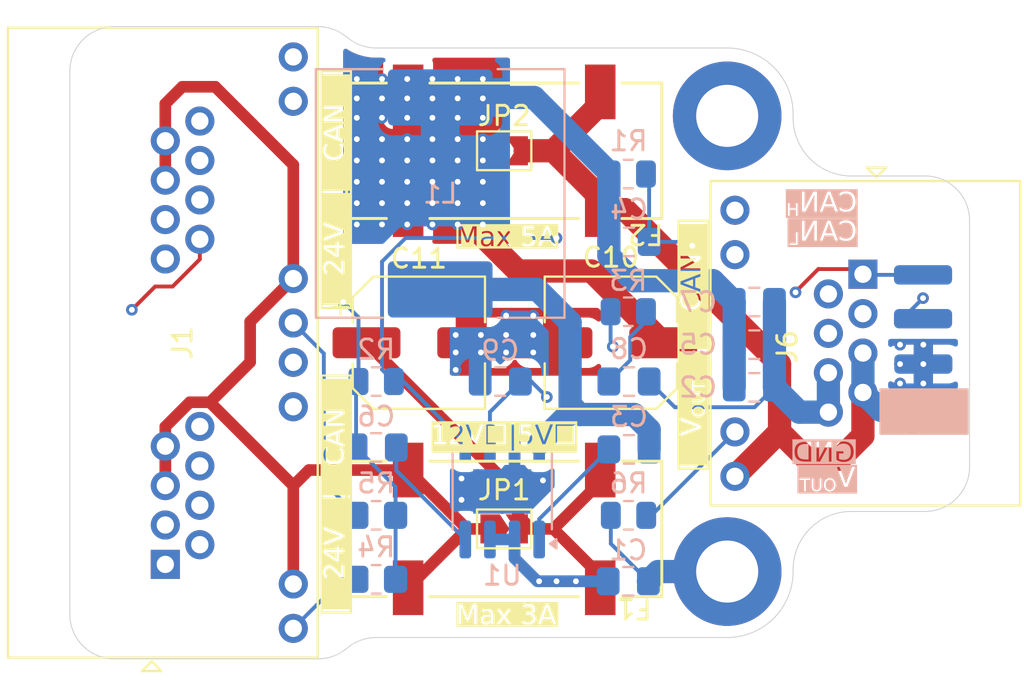
<source format=kicad_pcb>
(kicad_pcb (version 20240108) (generator "pcbnew") (generator_version "8.0")
  (layers (0 "F.Cu" signal) (1 "In1.Cu" signal) (2 "In2.Cu" signal) (31 "B.Cu" signal) (34 "B.Paste" user) (35 "F.Paste" user) (36 "B.SilkS" user "B.Silkscreen") (37 "F.SilkS" user "F.Silkscreen") (38 "B.Mask" user) (39 "F.Mask" user) (44 "Edge.Cuts" user))
  (net 0 "")
  (net 1 "GND")
  (net 2 "Net-(JP1-B)")
  (net 3 "Net-(JP2-A)")
  (net 4 "Net-(U1-FB)")
  (net 5 "Net-(U1-SW)")
  (net 6 "Net-(U1-BST)")
  (net 7 "Net-(U1-SS)")
  (net 8 "Net-(C8-Pad2)")
  (net 9 "Net-(U1-COMB)")
  (net 10 "+24V")
  (net 11 "+V_{out}")
  (net 14 "Net-(J1-G_L--Pad2_9)")
  (net 15 "/CANH")
  (net 16 "Net-(J1-G_L--Pad1_9)")
  (net 17 "/CANL")
  (net 26 "Net-(J6-Y_L-)")
  (footprint "MountingHole:MountingHole_3.2mm_M3_DIN965_Pad_TopBottom" (layer "F.Cu") (at 59.5 25.6)
    (property "Reference" "H2" (hide yes))
    (property "Value" "MountingHole_Pad")
    (pad "1" thru_hole circle (at 0 0) (size 3.6 3.6) (drill 3.2) (layers "*.Cu" "*.Mask") (net 1 "GND"))
    (pad "1" connect circle (at 0 0) (size 5.6 5.6) (layers "F.Cu" "F.Mask") (net 1 "GND"))
    (pad "1" connect circle (at 0 0) (size 5.6 5.6) (layers "B.Cu" "B.Mask") (net 1 "GND"))
  )
  (footprint "Capacitor_SMD:CP_Elec_6.3x7.7" (layer "F.Cu") (at 43.6 37.3)
    (property "Reference" "C11" (at 0 -4.35 0) (layer "F.SilkS"))
    (property "Value" "100uF (Opt)")
    (pad "1" smd roundrect (at -2.7 0) (size 3.5 1.6) (layers "F.Cu" "F.Paste" "F.Mask") (roundrect_rratio 0.15625) (net 2 "Net-(JP1-B)"))
    (pad "2" smd roundrect (at 2.7 0) (size 3.5 1.6) (layers "F.Cu" "F.Paste" "F.Mask") (roundrect_rratio 0.15625) (net 1 "GND"))
  )
  (footprint "Jumper:SolderJumper-2_P1.3mm_Open_TrianglePad1.0x1.5mm" (layer "F.Cu") (at 48 46.9)
    (property "Reference" "JP1" (at 0 -2 0) (layer "F.SilkS"))
    (property "Value" "SolderJumper_2_Open")
    (pad "1" smd custom (at -0.725 0) (size 0.3 0.3) (layers "F.Cu" "F.Mask") (net 10 "+24V") (options (clearance outline) (anchor rect)) (primitives (gr_poly (pts (xy 1 0) (xy 0.5 0.75) (xy -0.5 0.75) (xy -0.5 -0.75) (xy 0.5 -0.75)) (width 0) (fill yes))))
    (pad "2" smd custom (at 0.725 0) (size 0.3 0.3) (layers "F.Cu" "F.Mask") (net 2 "Net-(JP1-B)") (options (clearance outline) (anchor rect)) (primitives (gr_poly (pts (xy 0.5 0.75) (xy -0.65 0.75) (xy -0.15 0) (xy -0.65 -0.75) (xy 0.5 -0.75)) (width 0) (fill yes))))
  )
  (footprint "Jumper:SolderJumper-2_P1.3mm_Open_TrianglePad1.0x1.5mm" (layer "F.Cu") (at 48 27.4)
    (property "Reference" "JP2" (at 0 -1.8 0) (layer "F.SilkS"))
    (property "Value" "SolderJumper_2_Open")
    (pad "1" smd custom (at -0.725 0) (size 0.3 0.3) (layers "F.Cu" "F.Mask") (net 3 "Net-(JP2-A)") (options (clearance outline) (anchor rect)) (primitives (gr_poly (pts (xy 1 0) (xy 0.5 0.75) (xy -0.5 0.75) (xy -0.5 -0.75) (xy 0.5 -0.75)) (width 0) (fill yes))))
    (pad "2" smd custom (at 0.725 0) (size 0.3 0.3) (layers "F.Cu" "F.Mask") (net 11 "+V_{out}") (options (clearance outline) (anchor rect)) (primitives (gr_poly (pts (xy 0.5 0.75) (xy -0.65 0.75) (xy -0.15 0) (xy -0.65 -0.75) (xy 0.5 -0.75)) (width 0) (fill yes))))
  )
  (footprint "RoverFootprint:ETH-RJHSE5081" (layer "F.Cu") (at 66.5 33.7675 -90)
    (property "Reference" "J6" (at 3.7325 3.9 90) (layer "F.SilkS"))
    (property "Value" "ETH-RJHSE5081" (hide yes))
    (pad "" np_thru_hole circle (at -2.79 -2.54 270) (size 3.25 3.25) (drill 3.25) (layers "*.Cu" "*.Mask"))
    (pad "" np_thru_hole circle (at 9.91 -2.54 270) (size 3.25 3.25) (drill 3.25) (layers "*.Cu" "*.Mask"))
    (pad "1" thru_hole rect (at 0 0 270) (size 1.5 1.5) (drill 0.89) (layers "*.Cu" "*.Mask") (net 15 "/CANH"))
    (pad "2" thru_hole circle (at 1.016 1.78 270) (size 1.5 1.5) (drill 0.89) (layers "*.Cu" "*.Mask") (net 17 "/CANL"))
    (pad "3" thru_hole circle (at 2.032 0 270) (size 1.5 1.5) (drill 0.89) (layers "*.Cu" "*.Mask"))
    (pad "4" thru_hole circle (at 3.048 1.78 270) (size 1.5 1.5) (drill 0.89) (layers "*.Cu" "*.Mask"))
    (pad "5" thru_hole circle (at 4.064 0 270) (size 1.5 1.5) (drill 0.89) (layers "*.Cu" "*.Mask") (net 11 "+V_{out}"))
    (pad "6" thru_hole circle (at 5.08 1.78 270) (size 1.5 1.5) (drill 0.89) (layers "*.Cu" "*.Mask") (net 1 "GND"))
    (pad "7" thru_hole circle (at 6.096 0 270) (size 1.5 1.5) (drill 0.89) (layers "*.Cu" "*.Mask") (net 11 "+V_{out}"))
    (pad "8" thru_hole circle (at 7.112 1.78 270) (size 1.5 1.5) (drill 0.89) (layers "*.Cu" "*.Mask") (net 1 "GND"))
    (pad "9" thru_hole circle (at -3.3 6.6 270) (size 1.5 1.5) (drill 0.89) (layers "*.Cu" "*.Mask"))
    (pad "10" thru_hole circle (at -1.01 6.6 270) (size 1.5 1.5) (drill 0.89) (layers "*.Cu" "*.Mask"))
    (pad "11" thru_hole circle (at 8.13 6.6 270) (size 1.5 1.5) (drill 0.89) (layers "*.Cu" "*.Mask") (net 26 "Net-(J6-Y_L-)"))
    (pad "12" thru_hole circle (at 10.42 6.6 270) (size 1.5 1.5) (drill 0.89) (layers "*.Cu" "*.Mask") (net 11 "+V_{out}"))
  )
  (footprint "MountingHole:MountingHole_3.2mm_M3_DIN965_Pad_TopBottom" (layer "F.Cu") (at 59.5 49.1)
    (property "Reference" "H1" (hide yes))
    (property "Value" "MountingHole_Pad")
    (pad "1" thru_hole circle (at 0 0) (size 3.6 3.6) (drill 3.2) (layers "*.Cu" "*.Mask") (net 1 "GND"))
    (pad "1" connect circle (at 0 0) (size 5.6 5.6) (layers "F.Cu" "F.Mask") (net 1 "GND"))
    (pad "1" connect circle (at 0 0) (size 5.6 5.6) (layers "B.Cu" "B.Mask") (net 1 "GND"))
  )
  (footprint "RoverFootprint:FuseHolder-3588-20" (layer "F.Cu") (at 48 46.9 180)
    (property "Reference" "F1" (at -6.7 -4.1 180) (layer "F.SilkS"))
    (property "Value" "3A" (hide yes))
    (pad "1" smd rect (at -4.953 -3.0353 180) (size 1.5748 2.8194) (layers "F.Cu" "F.Paste" "F.Mask") (net 2 "Net-(JP1-B)"))
    (pad "1" smd rect (at -4.953 3.0353 180) (size 1.5748 2.8194) (layers "F.Cu" "F.Paste" "F.Mask") (net 2 "Net-(JP1-B)"))
    (pad "2" smd rect (at 4.953 -3.0353 180) (size 1.5748 2.8194) (layers "F.Cu" "F.Paste" "F.Mask") (net 10 "+24V"))
    (pad "2" smd rect (at 4.953 3.0353 180) (size 1.5748 2.8194) (layers "F.Cu" "F.Paste" "F.Mask") (net 10 "+24V"))
  )
  (footprint "RoverFootprint:ETH-RJHSE508102" (layer "F.Cu") (at 22.525 37.3 90)
    (property "Reference" "J1" (at 0 8.875 -90) (layer "F.SilkS"))
    (property "Value" "ETH-RJHSE508102")
    (pad "" np_thru_hole circle (at -14.22 5.46 90) (size 3.25 3.25) (drill 3.25) (layers "*.Cu" "*.Mask"))
    (pad "" np_thru_hole circle (at 14.23 5.46 90) (size 3.25 3.25) (drill 3.25) (layers "*.Cu" "*.Mask"))
    (pad "1_1" thru_hole rect (at -11.43 8 90) (size 1.5 1.5) (drill 0.89) (layers "*.Cu" "*.Mask") (net 15 "/CANH"))
    (pad "1_2" thru_hole circle (at -10.414 9.78 90) (size 1.5 1.5) (drill 0.89) (layers "*.Cu" "*.Mask") (net 17 "/CANL"))
    (pad "1_3" thru_hole circle (at -9.398 8 90) (size 1.5 1.5) (drill 0.89) (layers "*.Cu" "*.Mask"))
    (pad "1_4" thru_hole circle (at -8.382 9.78 90) (size 1.5 1.5) (drill 0.89) (layers "*.Cu" "*.Mask"))
    (pad "1_5" thru_hole circle (at -7.366 8 90) (size 1.5 1.5) (drill 0.89) (layers "*.Cu" "*.Mask") (net 10 "+24V"))
    (pad "1_6" thru_hole circle (at -6.35 9.78 90) (size 1.5 1.5) (drill 0.89) (layers "*.Cu" "*.Mask") (net 1 "GND"))
    (pad "1_7" thru_hole circle (at -5.334 8 90) (size 1.5 1.5) (drill 0.89) (layers "*.Cu" "*.Mask") (net 10 "+24V"))
    (pad "1_8" thru_hole circle (at -4.318 9.78 90) (size 1.5 1.5) (drill 0.89) (layers "*.Cu" "*.Mask") (net 1 "GND"))
    (pad "1_9" thru_hole circle (at -14.73 14.6 90) (size 1.5 1.5) (drill 0.89) (layers "*.Cu" "*.Mask") (net 16 "Net-(J1-G_L--Pad1_9)"))
    (pad "1_10" thru_hole circle (at -12.44 14.6 90) (size 1.5 1.5) (drill 0.89) (layers "*.Cu" "*.Mask") (net 10 "+24V"))
    (pad "1_11" thru_hole circle (at -3.3 14.6 90) (size 1.5 1.5) (drill 0.89) (layers "*.Cu" "*.Mask"))
    (pad "1_12" thru_hole circle (at -1.01 14.6 90) (size 1.5 1.5) (drill 0.89) (layers "*.Cu" "*.Mask"))
    (pad "2_1" thru_hole circle (at 4.32 8 90) (size 1.5 1.5) (drill 0.89) (layers "*.Cu" "*.Mask") (net 15 "/CANH"))
    (pad "2_2" thru_hole circle (at 5.336 9.78 90) (size 1.5 1.5) (drill 0.89) (layers "*.Cu" "*.Mask") (net 17 "/CANL"))
    (pad "2_3" thru_hole circle (at 6.352 8 90) (size 1.5 1.5) (drill 0.89) (layers "*.Cu" "*.Mask"))
    (pad "2_4" thru_hole circle (at 7.368 9.78 90) (size 1.5 1.5) (drill 0.89) (layers "*.Cu" "*.Mask"))
    (pad "2_5" thru_hole circle (at 8.384 8 90) (size 1.5 1.5) (drill 0.89) (layers "*.Cu" "*.Mask") (net 10 "+24V"))
    (pad "2_6" thru_hole circle (at 9.4 9.78 90) (size 1.5 1.5) (drill 0.89) (layers "*.Cu" "*.Mask") (net 1 "GND"))
    (pad "2_7" thru_hole circle (at 10.416 8 90) (size 1.5 1.5) (drill 0.89) (layers "*.Cu" "*.Mask") (net 10 "+24V"))
    (pad "2_8" thru_hole circle (at 11.432 9.78 90) (size 1.5 1.5) (drill 0.89) (layers "*.Cu" "*.Mask") (net 1 "GND"))
    (pad "2_9" thru_hole circle (at 1.02 14.6 90) (size 1.5 1.5) (drill 0.89) (layers "*.Cu" "*.Mask") (net 14 "Net-(J1-G_L--Pad2_9)"))
    (pad "2_10" thru_hole circle (at 3.31 14.6 90) (size 1.5 1.5) (drill 0.89) (layers "*.Cu" "*.Mask") (net 10 "+24V"))
    (pad "2_11" thru_hole circle (at 12.45 14.6 90) (size 1.5 1.5) (drill 0.89) (layers "*.Cu" "*.Mask"))
    (pad "2_12" thru_hole circle (at 14.74 14.6 90) (size 1.5 1.5) (drill 0.89) (layers "*.Cu" "*.Mask"))
  )
  (footprint "Capacitor_SMD:CP_Elec_6.3x7.7" (layer "F.Cu") (at 53.5 37.3 180)
    (property "Reference" "C10" (at 0 4.4 0) (layer "F.SilkS"))
    (property "Value" "100uF")
    (pad "1" smd roundrect (at -2.7 0 180) (size 3.5 1.6) (layers "F.Cu" "F.Paste" "F.Mask") (roundrect_rratio 0.15625) (net 3 "Net-(JP2-A)"))
    (pad "2" smd roundrect (at 2.7 0 180) (size 3.5 1.6) (layers "F.Cu" "F.Paste" "F.Mask") (roundrect_rratio 0.15625) (net 1 "GND"))
  )
  (footprint "RoverFootprint:FuseHolder-3588-20" (layer "F.Cu") (at 48 27.4 180)
    (property "Reference" "F2" (at -7.3 -4.3 180) (layer "F.SilkS"))
    (property "Value" "5A" (hide yes))
    (pad "1" smd rect (at -4.953 -3.0353 180) (size 1.5748 2.8194) (layers "F.Cu" "F.Paste" "F.Mask") (net 11 "+V_{out}"))
    (pad "1" smd rect (at -4.953 3.0353 180) (size 1.5748 2.8194) (layers "F.Cu" "F.Paste" "F.Mask") (net 11 "+V_{out}"))
    (pad "2" smd rect (at 4.953 -3.0353 180) (size 1.5748 2.8194) (layers "F.Cu" "F.Paste" "F.Mask") (net 3 "Net-(JP2-A)"))
    (pad "2" smd rect (at 4.953 3.0353 180) (size 1.5748 2.8194) (layers "F.Cu" "F.Paste" "F.Mask") (net 3 "Net-(JP2-A)"))
  )
  (footprint "Resistor_SMD:R_0805_2012Metric_Pad1.20x1.40mm_HandSolder" (layer "B.Cu") (at 41.4 46.2 180)
    (property "Reference" "R5" (at 0 1.65 0) (layer "B.SilkS") (effects (justify mirror)))
    (property "Value" "5.1k")
    (pad "1" smd roundrect (at -1 0 180) (size 1.2 1.4) (layers "B.Cu" "B.Paste" "B.Mask") (roundrect_rratio 0.208333) (net 1 "GND"))
    (pad "2" smd roundrect (at 1 0 180) (size 1.2 1.4) (layers "B.Cu" "B.Paste" "B.Mask") (roundrect_rratio 0.208333) (net 14 "Net-(J1-G_L--Pad2_9)"))
  )
  (footprint "Capacitor_SMD:C_0805_2012Metric_Pad1.18x1.45mm_HandSolder" (layer "B.Cu") (at 60.9 35.2 180)
    (property "Reference" "C7" (at 2.9 0 0) (layer "B.SilkS") (effects (justify mirror)))
    (property "Value" "22uF")
    (pad "1" smd roundrect (at -1.0375 0 180) (size 1.175 1.45) (layers "B.Cu" "B.Paste" "B.Mask") (roundrect_rratio 0.212766) (net 1 "GND"))
    (pad "2" smd roundrect (at 1.0375 0 180) (size 1.175 1.45) (layers "B.Cu" "B.Paste" "B.Mask") (roundrect_rratio 0.212766) (net 3 "Net-(JP2-A)"))
  )
  (footprint "Capacitor_SMD:C_0805_2012Metric_Pad1.18x1.45mm_HandSolder" (layer "B.Cu") (at 47.8 39.3)
    (property "Reference" "C9" (at 0 -1.6 0) (layer "B.SilkS") (effects (justify mirror)))
    (property "Value" "(Opt)")
    (pad "1" smd roundrect (at -1.0375 0) (size 1.175 1.45) (layers "B.Cu" "B.Paste" "B.Mask") (roundrect_rratio 0.212766) (net 1 "GND"))
    (pad "2" smd roundrect (at 1.0375 0) (size 1.175 1.45) (layers "B.Cu" "B.Paste" "B.Mask") (roundrect_rratio 0.212766) (net 9 "Net-(U1-COMB)"))
  )
  (footprint "Capacitor_SMD:C_0805_2012Metric_Pad1.18x1.45mm_HandSolder" (layer "B.Cu") (at 54.4 49.6 180)
    (property "Reference" "C1" (at 0 1.6 0) (layer "B.SilkS") (effects (justify mirror)))
    (property "Value" "10uF")
    (pad "1" smd roundrect (at -1.0375 0 180) (size 1.175 1.45) (layers "B.Cu" "B.Paste" "B.Mask") (roundrect_rratio 0.212766) (net 1 "GND"))
    (pad "2" smd roundrect (at 1.0375 0 180) (size 1.175 1.45) (layers "B.Cu" "B.Paste" "B.Mask") (roundrect_rratio 0.212766) (net 2 "Net-(JP1-B)"))
  )
  (footprint "RoverFootprint:Pad_SMD_1x3mm" (layer "B.Cu") (at 70.1 33.8 90)
    (property "Reference" "J3" (hide yes))
    (property "Value" "Conn_01x01_Pin")
    (pad "1" smd roundrect (at 0 -0.5 90) (size 1 3) (layers "B.Cu" "B.Paste" "B.Mask") (net 15 "/CANH"))
  )
  (footprint "Resistor_SMD:R_0805_2012Metric" (layer "B.Cu") (at 54.4 28.6)
    (property "Reference" "R1" (at 0.0125 -1.7 0) (layer "B.SilkS") (effects (justify mirror)))
    (property "Value" "~")
    (pad "1" smd roundrect (at -0.9125 0) (size 1.025 1.4) (layers "B.Cu" "B.Paste" "B.Mask") (roundrect_rratio 0.243902) (net 3 "Net-(JP2-A)"))
    (pad "2" smd roundrect (at 0.9125 0) (size 1.025 1.4) (layers "B.Cu" "B.Paste" "B.Mask") (roundrect_rratio 0.243902) (net 4 "Net-(U1-FB)"))
  )
  (footprint "Capacitor_SMD:C_0805_2012Metric_Pad1.18x1.45mm_HandSolder" (layer "B.Cu") (at 60.9 37.4 180)
    (property "Reference" "C5" (at 2.9 0 0) (layer "B.SilkS") (effects (justify mirror)))
    (property "Value" "22uF")
    (pad "1" smd roundrect (at -1.0375 0 180) (size 1.175 1.45) (layers "B.Cu" "B.Paste" "B.Mask") (roundrect_rratio 0.212766) (net 1 "GND"))
    (pad "2" smd roundrect (at 1.0375 0 180) (size 1.175 1.45) (layers "B.Cu" "B.Paste" "B.Mask") (roundrect_rratio 0.212766) (net 3 "Net-(JP2-A)"))
  )
  (footprint "RoverFootprint:Pad_SMD_1x3mm" (layer "B.Cu") (at 70.115 38.4 90)
    (property "Reference" "J5" (hide yes))
    (property "Value" "Conn_01x01_Pin")
    (pad "1" smd roundrect (at 0 -0.5 90) (size 1 3) (layers "B.Cu" "B.Paste" "B.Mask") (net 1 "GND"))
  )
  (footprint "Capacitor_SMD:C_0805_2012Metric_Pad1.18x1.45mm_HandSolder" (layer "B.Cu") (at 60.9 39.6 180)
    (property "Reference" "C2" (at 2.9 0 0) (layer "B.SilkS") (effects (justify mirror)))
    (property "Value" "22uF")
    (pad "1" smd roundrect (at -1.0375 0 180) (size 1.175 1.45) (layers "B.Cu" "B.Paste" "B.Mask") (roundrect_rratio 0.212766) (net 1 "GND"))
    (pad "2" smd roundrect (at 1.0375 0 180) (size 1.175 1.45) (layers "B.Cu" "B.Paste" "B.Mask") (roundrect_rratio 0.212766) (net 3 "Net-(JP2-A)"))
  )
  (footprint "Capacitor_SMD:C_0805_2012Metric_Pad1.18x1.45mm_HandSolder" (layer "B.Cu") (at 54.4375 42.8 180)
    (property "Reference" "C3" (at 0 1.68 0) (layer "B.SilkS") (effects (justify mirror)))
    (property "Value" "100nF")
    (pad "1" smd roundrect (at -1.0375 0 180) (size 1.175 1.45) (layers "B.Cu" "B.Paste" "B.Mask") (roundrect_rratio 0.212766) (net 5 "Net-(U1-SW)"))
    (pad "2" smd roundrect (at 1.0375 0 180) (size 1.175 1.45) (layers "B.Cu" "B.Paste" "B.Mask") (roundrect_rratio 0.212766) (net 6 "Net-(U1-BST)"))
  )
  (footprint "Inductor_SMD:L_SXN_SMDRI125" (layer "B.Cu") (at 44.7 29.6 90)
    (property "Reference" "L1" (at 0 0 180) (layer "B.SilkS") (effects (justify mirror)))
    (property "Value" "~")
    (pad "1" smd roundrect (at -4.95 0 90) (size 2.9 5.4) (layers "B.Cu" "B.Paste" "B.Mask") (roundrect_rratio 0.086207) (net 5 "Net-(U1-SW)"))
    (pad "2" smd roundrect (at 4.95 0 90) (size 2.9 5.4) (layers "B.Cu" "B.Paste" "B.Mask") (roundrect_rratio 0.086207) (net 3 "Net-(JP2-A)"))
  )
  (footprint "RoverFootprint:Pad_SMD_1x3mm" (layer "B.Cu") (at 70.1 40.78 90)
    (property "Reference" "J2" (hide yes))
    (property "Value" "Conn_01x01_Pin")
    (pad "1" smd roundrect (at 0 -0.5 90) (size 1 3) (layers "B.Cu" "B.Paste" "B.Mask") (net 11 "+V_{out}"))
  )
  (footprint "Capacitor_SMD:C_0805_2012Metric_Pad1.18x1.45mm_HandSolder" (layer "B.Cu") (at 41.4 42.7)
    (property "Reference" "C6" (at 0 -1.6 0) (layer "B.SilkS") (effects (justify mirror)))
    (property "Value" "10uF")
    (pad "1" smd roundrect (at -1.0375 0) (size 1.175 1.45) (layers "B.Cu" "B.Paste" "B.Mask") (roundrect_rratio 0.212766) (net 1 "GND"))
    (pad "2" smd roundrect (at 1.0375 0) (size 1.175 1.45) (layers "B.Cu" "B.Paste" "B.Mask") (roundrect_rratio 0.212766) (net 7 "Net-(U1-SS)"))
  )
  (footprint "Resistor_SMD:R_0805_2012Metric" (layer "B.Cu") (at 41.4 39.3 180)
    (property "Reference" "R2" (at 0 1.65 0) (layer "B.SilkS") (effects (justify mirror)))
    (property "Value" "22.1k")
    (pad "1" smd roundrect (at -0.9125 0 180) (size 1.025 1.4) (layers "B.Cu" "B.Paste" "B.Mask") (roundrect_rratio 0.243902) (net 4 "Net-(U1-FB)"))
    (pad "2" smd roundrect (at 0.9125 0 180) (size 1.025 1.4) (layers "B.Cu" "B.Paste" "B.Mask") (roundrect_rratio 0.243902) (net 1 "GND"))
  )
  (footprint "Package_SO:SOIC-8-1EP_3.9x4.9mm_P1.27mm_EP2.29x3mm" (layer "B.Cu") (at 47.9 44.97 90)
    (property "Reference" "U1" (at -4.33 0 180) (layer "B.SilkS") (effects (justify mirror)))
    (property "Value" "DC_DC-AP64501")
    (pad "1" smd roundrect (at -2.475 1.905 90) (size 1.95 0.6) (layers "B.Cu" "B.Paste" "B.Mask") (net 6 "Net-(U1-BST)"))
    (pad "2" smd roundrect (at -2.475 0.635 90) (size 1.95 0.6) (layers "B.Cu" "B.Paste" "B.Mask") (net 2 "Net-(JP1-B)"))
    (pad "3" smd roundrect (at -2.475 -0.635 90) (size 1.95 0.6) (layers "B.Cu" "B.Paste" "B.Mask") (net 2 "Net-(JP1-B)"))
    (pad "4" smd roundrect (at -2.475 -1.905 90) (size 1.95 0.6) (layers "B.Cu" "B.Paste" "B.Mask") (net 7 "Net-(U1-SS)"))
    (pad "5" smd roundrect (at 2.475 -1.905 90) (size 1.95 0.6) (layers "B.Cu" "B.Paste" "B.Mask") (net 4 "Net-(U1-FB)"))
    (pad "6" smd roundrect (at 2.475 -0.635 90) (size 1.95 0.6) (layers "B.Cu" "B.Paste" "B.Mask") (net 9 "Net-(U1-COMB)"))
    (pad "7" smd roundrect (at 2.475 0.635 90) (size 1.95 0.6) (layers "B.Cu" "B.Paste" "B.Mask") (net 1 "GND"))
    (pad "8" smd roundrect (at 2.475 1.905 90) (size 1.95 0.6) (layers "B.Cu" "B.Paste" "B.Mask") (net 5 "Net-(U1-SW)"))
    (pad "9" smd rect (at 0 0 90) (size 2.29 3) (property pad_prop_heatsink) (layers "B.Cu" "B.Mask") (net 1 "GND"))
  )
  (footprint "Capacitor_SMD:C_0805_2012Metric_Pad1.18x1.45mm_HandSolder" (layer "B.Cu") (at 54.4375 39.3 180)
    (property "Reference" "C8" (at 0 1.68 0) (layer "B.SilkS") (effects (justify mirror)))
    (property "Value" "2.7nF")
    (pad "1" smd roundrect (at -1.0375 0 180) (size 1.175 1.45) (layers "B.Cu" "B.Paste" "B.Mask") (roundrect_rratio 0.212766) (net 1 "GND"))
    (pad "2" smd roundrect (at 1.0375 0 180) (size 1.175 1.45) (layers "B.Cu" "B.Paste" "B.Mask") (roundrect_rratio 0.212766) (net 8 "Net-(C8-Pad2)"))
  )
  (footprint "Resistor_SMD:R_0805_2012Metric" (layer "B.Cu") (at 54.4125 46.2 180)
    (property "Reference" "R6" (at 0 1.65 0) (layer "B.SilkS") (effects (justify mirror)))
    (property "Value" "22.1k")
    (pad "1" smd roundrect (at -0.9125 0 180) (size 1.025 1.4) (layers "B.Cu" "B.Paste" "B.Mask") (roundrect_rratio 0.243902) (net 26 "Net-(J6-Y_L-)"))
    (pad "2" smd roundrect (at 0.9125 0 180) (size 1.025 1.4) (layers "B.Cu" "B.Paste" "B.Mask") (roundrect_rratio 0.243902) (net 1 "GND"))
  )
  (footprint "Resistor_SMD:R_0805_2012Metric" (layer "B.Cu") (at 54.4 35.7)
    (property "Reference" "R3" (at 0 -1.6 180) (layer "B.SilkS") (effects (justify mirror)))
    (property "Value" "~")
    (pad "1" smd roundrect (at -0.9125 0) (size 1.025 1.4) (layers "B.Cu" "B.Paste" "B.Mask") (roundrect_rratio 0.243902) (net 9 "Net-(U1-COMB)"))
    (pad "2" smd roundrect (at 0.9125 0) (size 1.025 1.4) (layers "B.Cu" "B.Paste" "B.Mask") (roundrect_rratio 0.243902) (net 8 "Net-(C8-Pad2)"))
  )
  (footprint "Resistor_SMD:R_0805_2012Metric_Pad1.20x1.40mm_HandSolder" (layer "B.Cu") (at 41.4 49.5 180)
    (property "Reference" "R4" (at 0 1.65 0) (layer "B.SilkS") (effects (justify mirror)))
    (property "Value" "5.1k")
    (pad "1" smd roundrect (at -1 0 180) (size 1.2 1.4) (layers "B.Cu" "B.Paste" "B.Mask") (roundrect_rratio 0.208333) (net 1 "GND"))
    (pad "2" smd roundrect (at 1 0 180) (size 1.2 1.4) (layers "B.Cu" "B.Paste" "B.Mask") (roundrect_rratio 0.208333) (net 16 "Net-(J1-G_L--Pad1_9)"))
  )
  (footprint "Capacitor_SMD:C_0805_2012Metric_Pad1.18x1.45mm_HandSolder" (layer "B.Cu") (at 54.4375 32.1 180)
    (property "Reference" "C4" (at 0 1.68 0) (layer "B.SilkS") (effects (justify mirror)))
    (property "Value" "OPEN")
    (pad "1" smd roundrect (at -1.0375 0 180) (size 1.175 1.45) (layers "B.Cu" "B.Paste" "B.Mask") (roundrect_rratio 0.212766) (net 4 "Net-(U1-FB)"))
    (pad "2" smd roundrect (at 1.0375 0 180) (size 1.175 1.45) (layers "B.Cu" "B.Paste" "B.Mask") (roundrect_rratio 0.212766) (net 3 "Net-(JP2-A)"))
  )
  (footprint "RoverFootprint:Pad_SMD_1x3mm" (layer "B.Cu") (at 70.1 36.06 90)
    (property "Reference" "J4" (hide yes))
    (property "Value" "Conn_01x01_Pin")
    (pad "1" smd roundrect (at 0 -0.5 90) (size 1 3) (layers "B.Cu" "B.Paste" "B.Mask") (net 17 "/CANL"))
  )
  (gr_rect (start 67.4 39.7) (end 71.9 42) (stroke (width 0.1)) (fill solid) (layer "B.SilkS"))
  (gr_arc (start 62.9 49.1) (mid 61.904163 51.504163) (end 59.5 52.5) (stroke (width 0.05)) (layer "Edge.Cuts"))
  (gr_line (start 27.9 21) (end 38.4 21) (stroke (width 0.05)) (layer "Edge.Cuts"))
  (gr_line (start 25.6 51.3) (end 25.6 23.3) (stroke (width 0.05)) (layer "Edge.Cuts"))
  (gr_line (start 62.9 25.5) (end 62.9 25.7) (stroke (width 0.05)) (layer "Edge.Cuts"))
  (gr_line (start 72 31) (end 72 43.7) (stroke (width 0.05)) (layer "Edge.Cuts"))
  (gr_arc (start 62.9 49) (mid 63.77868 46.87868) (end 65.9 46) (stroke (width 0.05)) (layer "Edge.Cuts"))
  (gr_arc (start 59.5 22.1) (mid 61.904163 23.095837) (end 62.9 25.5) (stroke (width 0.05)) (layer "Edge.Cuts"))
  (gr_arc (start 38.4 21) (mid 39.118072 21.114966) (end 39.764358 21.448372) (stroke (width 0.05)) (layer "Edge.Cuts"))
  (gr_arc (start 69.7 28.7) (mid 71.326346 29.373654) (end 72 31) (stroke (width 0.05)) (layer "Edge.Cuts"))
  (gr_arc (start 25.6 23.3) (mid 26.273654 21.673654) (end 27.9 21) (stroke (width 0.05)) (layer "Edge.Cuts"))
  (gr_arc (start 39.764358 53.151628) (mid 39.118072 53.485034) (end 38.4 53.6) (stroke (width 0.05)) (layer "Edge.Cuts"))
  (gr_line (start 41.4 22.1) (end 59.5 22.1) (stroke (width 0.05)) (layer "Edge.Cuts"))
  (gr_line (start 39.764358 21.448372) (end 39.987937 21.61551) (stroke (width 0.05)) (layer "Edge.Cuts"))
  (gr_arc (start 41.4 22.1) (mid 40.653566 21.975509) (end 39.987937 21.61551) (stroke (width 0.05)) (layer "Edge.Cuts"))
  (gr_arc (start 65.9 28.7) (mid 63.77868 27.82132) (end 62.9 25.7) (stroke (width 0.05)) (layer "Edge.Cuts"))
  (gr_line (start 65.9 46) (end 69.7 46) (stroke (width 0.05)) (layer "Edge.Cuts"))
  (gr_arc (start 39.987937 52.98449) (mid 40.653566 52.624492) (end 41.4 52.5) (stroke (width 0.05)) (layer "Edge.Cuts"))
  (gr_arc (start 72 43.7) (mid 71.326346 45.326346) (end 69.7 46) (stroke (width 0.05)) (layer "Edge.Cuts"))
  (gr_line (start 41.4 52.5) (end 59.5 52.5) (stroke (width 0.05)) (layer "Edge.Cuts"))
  (gr_line (start 39.764358 53.151628) (end 39.987937 52.98449) (stroke (width 0.05)) (layer "Edge.Cuts"))
  (gr_arc (start 27.9 53.6) (mid 26.273654 52.926346) (end 25.6 51.3) (stroke (width 0.05)) (layer "Edge.Cuts"))
  (gr_line (start 27.9 53.6) (end 38.4 53.6) (stroke (width 0.05)) (layer "Edge.Cuts"))
  (gr_line (start 65.9 28.7) (end 69.7 28.7) (stroke (width 0.05)) (layer "Edge.Cuts"))
  (gr_line (start 62.9 49) (end 62.9 49.1) (stroke (width 0.05)) (layer "Edge.Cuts"))
  (gr_text "GND" (at 66.1 43.6 0) (layer "B.SilkS" knockout) (effects (font (size 1 1) (thickness 0.1)) (justify left bottom mirror)))
  (gr_text "V_{OUT}" (at 66.1 44.9 0) (layer "B.SilkS" knockout) (effects (font (size 1 1) (thickness 0.1)) (justify left bottom mirror)))
  (gr_text "CAN_{L}" (at 66.2 32.2 0) (layer "B.SilkS" knockout) (effects (font (size 1 1) (thickness 0.1)) (justify left bottom mirror)))
  (gr_text "CAN_{H}" (at 66.2 30.7 0) (layer "B.SilkS" knockout) (effects (font (size 1 1) (thickness 0.1)) (justify left bottom mirror)))
  (gr_text "Max 5A" (at 48.1 31.9 0) (layer "F.SilkS" knockout) (effects (font (size 1 1) (thickness 0.1))))
  (gr_text "|   24V   |   CAN   |" (at 39.3 29.4 90) (layer "F.SilkS" knockout) (effects (font (size 1 1) (thickness 0.1))))
  (gr_text "|   V_{OUT}   |    CAN   |" (at 57.7 37.4 90) (layer "F.SilkS" knockout) (effects (font (size 1 1) (thickness 0.1))))
  (gr_text "|   24V   |   CAN   |" (at 39.3 45.1 90) (layer "F.SilkS" knockout) (effects (font (size 1 1) (thickness 0.1))))
  (gr_text "12V☐|5V☐" (at 48 42.7 0) (layer "F.SilkS" knockout) (effects (font (size 1 1) (thickness 0.1)) (justify bottom)))
  (gr_text "Max 3A" (at 48.1 51.4 0) (layer "F.SilkS" knockout) (effects (font (size 1 1) (thickness 0.1))))
  (via (at 49.5 37.8) (size 0.6) (drill 0.3) (layers "F.Cu" "B.Cu") (net 1))
  (via (at 68.415 39.4) (size 0.6) (drill 0.3) (layers "F.Cu" "B.Cu") (net 1))
  (via (at 69.615 38.4) (size 0.6) (drill 0.3) (layers "F.Cu" "B.Cu") (net 1))
  (via (at 45.8 45.4) (size 0.6) (drill 0.3) (layers "F.Cu" "B.Cu") (net 1))
  (via (at 45.5 36.9) (size 0.6) (drill 0.3) (layers "F.Cu" "B.Cu") (net 1))
  (via (at 68.415 38.4) (size 0.6) (drill 0.3) (layers "F.Cu" "B.Cu") (net 1))
  (via (at 48.1 37.8) (size 0.6) (drill 0.3) (layers "F.Cu" "B.Cu") (net 1))
  (via (at 69.615 37.4) (size 0.6) (drill 0.3) (layers "F.Cu" "B.Cu") (net 1))
  (via (at 68.415 37.4) (size 0.6) (drill 0.3) (layers "F.Cu" "B.Cu") (net 1))
  (via (at 49.5 36.9) (size 0.6) (drill 0.3) (layers "F.Cu" "B.Cu") (net 1))
  (via (at 48.1 36.9) (size 0.6) (drill 0.3) (layers "F.Cu" "B.Cu") (net 1))
  (via (at 39.7 35.2) (size 0.6) (drill 0.3) (layers "F.Cu" "B.Cu") (net 1))
  (via (at 48.1 35.9) (size 0.6) (drill 0.3) (layers "F.Cu" "B.Cu") (net 1))
  (via (at 46.8 37.8) (size 0.6) (drill 0.3) (layers "F.Cu" "B.Cu") (net 1))
  (via (at 49.5 35.9) (size 0.6) (drill 0.3) (layers "F.Cu" "B.Cu") (net 1))
  (via (at 46.8 36.9) (size 0.6) (drill 0.3) (layers "F.Cu" "B.Cu") (net 1))
  (via (at 45.8 44.3) (size 0.6) (drill 0.3) (layers "F.Cu" "B.Cu") (net 1))
  (via (at 50 44.4) (size 0.6) (drill 0.3) (layers "F.Cu" "B.Cu") (net 1))
  (via (at 45.5 38.7) (size 0.6) (drill 0.3) (layers "F.Cu" "B.Cu") (net 1))
  (via (at 45.5 37.8) (size 0.6) (drill 0.3) (layers "F.Cu" "B.Cu") (net 1))
  (via (at 69.615 39.4) (size 0.6) (drill 0.3) (layers "F.Cu" "B.Cu") (net 1))
  (segment (start 42.4 49.5) (end 42.4 46.2) (width 0.2) (layer "B.Cu") (net 1))
  (segment (start 64.72 40.8795) (end 63.217 40.8795) (width 1.2) (layer "B.Cu") (net 1))
  (segment (start 64.72 40.8795) (end 64.72 38.8475) (width 1.2) (layer "B.Cu") (net 1))
  (segment (start 55.9375 49.1) (end 55.4375 49.6) (width 1.2) (layer "B.Cu") (net 1))
  (segment (start 53.5 47.6625) (end 55.4375 49.6) (width 0.2) (layer "B.Cu") (net 1))
  (segment (start 42.4 44.7375) (end 40.3625 42.7) (width 0.2) (layer "B.Cu") (net 1))
  (segment (start 48.535 44.335) (end 47.9 44.97) (width 0.6) (layer "B.Cu") (net 1))
  (segment (start 60.9125 40.625) (end 61.9375 39.6) (width 0.2) (layer "B.Cu") (net 1))
  (segment (start 40.4875 35.9875) (end 39.7 35.2) (width 0.2) (layer "B.Cu") (net 1))
  (segment (start 40.3625 42.7) (end 40.3625 39.425) (width 0.2) (layer "B.Cu") (net 1))
  (segment (start 42.4 46.2) (end 42.4 44.7375) (width 0.2) (layer "B.Cu") (net 1))
  (segment (start 40.4875 39.3) (end 40.4875 35.9875) (width 0.2) (layer "B.Cu") (net 1))
  (segment (start 61.9375 37.4) (end 61.9375 39.6) (width 1.2) (layer "B.Cu") (net 1))
  (segment (start 61.9375 35.2) (end 61.9375 37.4) (width 1.2) (layer "B.Cu") (net 1))
  (segment (start 59.5 49.1) (end 55.9375 49.1) (width 1.2) (layer "B.Cu") (net 1))
  (segment (start 63.217 40.8795) (end 61.9375 39.6) (width 1.2) (layer "B.Cu") (net 1))
  (segment (start 40.3625 39.425) (end 40.4875 39.3) (width 0.2) (layer "B.Cu") (net 1))
  (segment (start 56.8 40.625) (end 60.9125 40.625) (width 0.2) (layer "B.Cu") (net 1))
  (segment (start 48.535 42.495) (end 48.535 44.335) (width 0.6) (layer "B.Cu") (net 1))
  (segment (start 55.475 39.3) (end 56.8 40.625) (width 0.2) (layer "B.Cu") (net 1))
  (segment (start 53.5 46.2) (end 53.5 47.6625) (width 0.2) (layer "B.Cu") (net 1))
  (segment (start 50.54 46.9) (end 48.779903 46.9) (width 0.6) (layer "F.Cu") (net 2))
  (segment (start 52.953 44.487) (end 50.54 46.9) (width 0.6) (layer "F.Cu") (net 2))
  (segment (start 52.953 49.313) (end 52.953 49.9353) (width 0.6) (layer "F.Cu") (net 2))
  (segment (start 52.6177 49.6) (end 49.8 49.6) (width 0.6) (layer "F.Cu") (net 2))
  (segment (start 48.7 45.1) (end 40.9 37.3) (width 0.6) (layer "F.Cu") (net 2))
  (segment (start 49.4 46.9) (end 48.7 46.2) (width 0.6) (layer "F.Cu") (net 2))
  (segment (start 52.953 43.8647) (end 52.953 44.487) (width 0.6) (layer "F.Cu") (net 2))
  (segment (start 50.54 46.9) (end 52.953 49.313) (width 0.6) (layer "F.Cu") (net 2))
  (segment (start 48.7 46.2) (end 48.7 45.1) (width 0.6) (layer "F.Cu") (net 2))
  (segment (start 52.953 49.9353) (end 52.6177 49.6) (width 0.6) (layer "F.Cu") (net 2))
  (via (at 49.8 49.6) (size 0.6) (drill 0.3) (layers "F.Cu" "B.Cu") (net 2))
  (via (at 50.7 49.6) (size 0.6) (drill 0.3) (layers "F.Cu" "B.Cu") (net 2))
  (via (at 51.7 49.6) (size 0.6) (drill 0.3) (layers "F.Cu" "B.Cu") (net 2))
  (segment (start 53.3625 49.6) (end 51.7 49.6) (width 0.6) (layer "B.Cu") (net 2))
  (segment (start 49.715001 49.6) (end 48.535 48.419999) (width 0.6) (layer "B.Cu") (net 2))
  (segment (start 51.7 49.6) (end 50.7 49.6) (width 0.6) (layer "B.Cu") (net 2))
  (segment (start 50.7 49.6) (end 49.8 49.6) (width 0.6) (layer "B.Cu") (net 2))
  (segment (start 47.265 47.445) (end 48.535 47.445) (width 0.6) (layer "B.Cu") (net 2))
  (segment (start 48.535 48.419999) (end 48.535 47.445) (width 0.6) (layer "B.Cu") (net 2))
  (segment (start 49.8 49.6) (end 49.715001 49.6) (width 0.6) (layer "B.Cu") (net 2))
  (segment (start 45.5353 30.4353) (end 43.047 30.4353) (width 1.2) (layer "F.Cu") (net 3))
  (segment (start 45.5353 27.947) (end 46.0823 27.4) (width 1.2) (layer "F.Cu") (net 3))
  (segment (start 45.5353 30.4353) (end 45.5353 27.947) (width 1.2) (layer "F.Cu") (net 3))
  (segment (start 52.5 33.6) (end 48.7 33.6) (width 1.2) (layer "F.Cu") (net 3))
  (segment (start 48.7 33.6) (end 45.5353 30.4353) (width 1.2) (layer "F.Cu") (net 3))
  (segment (start 56.2 37.3) (end 52.5 33.6) (width 1.2) (layer "F.Cu") (net 3))
  (segment (start 46.0823 27.4) (end 43.047 24.3647) (width 1.2) (layer "F.Cu") (net 3))
  (segment (start 47.275 27.4) (end 46.0823 27.4) (width 1.2) (layer "F.Cu") (net 3))
  (via (at 43 30.1) (size 0.6) (drill 0.3) (layers "F.Cu" "B.Cu") (net 3))
  (via (at 40.4 27.9) (size 0.6) (drill 0.3) (layers "F.Cu" "B.Cu") (net 3))
  (via (at 44.3 31.2) (size 0.6) (drill 0.3) (layers "F.Cu" "B.Cu") (net 3))
  (via (at 45.6 29) (size 0.6) (drill 0.3) (layers "F.Cu" "B.Cu") (net 3))
  (via (at 40.4 26.8) (size 0.6) (drill 0.3) (layers "F.Cu" "B.Cu") (net 3))
  (via (at 41.7 26.8) (size 0.6) (drill 0.3) (layers "F.Cu" "B.Cu") (net 3))
  (via (at 40.4 31.2) (size 0.6) (drill 0.3) (layers "F.Cu" "B.Cu") (net 3))
  (via (at 40.4 29) (size 0.6) (drill 0.3) (layers "F.Cu" "B.Cu") (net 3))
  (via (at 43 31.2) (size 0.6) (drill 0.3) (layers "F.Cu" "B.Cu") (net 3))
  (via (at 43 27.9) (size 0.6) (drill 0.3) (layers "F.Cu" "B.Cu") (net 3))
  (via (at 43 24.7) (size 0.6) (drill 0.3) (layers "F.Cu" "B.Cu") (net 3))
  (via (at 44.3 27.9) (size 0.6) (drill 0.3) (layers "F.Cu" "B.Cu") (net 3))
  (via (at 46.9 29) (size 0.6) (drill 0.3) (layers "F.Cu" "B.Cu") (net 3))
  (via (at 43 29) (size 0.6) (drill 0.3) (layers "F.Cu" "B.Cu") (net 3))
  (via (at 40.4 25.7) (size 0.6) (drill 0.3) (layers "F.Cu" "B.Cu") (net 3))
  (via (at 46.9 24.7) (size 0.6) (drill 0.3) (layers "F.Cu" "B.Cu") (net 3))
  (via (at 41.7 25.7) (size 0.6) (drill 0.3) (layers "F.Cu" "B.Cu") (net 3))
  (via (at 40.4 23.7) (size 0.6) (drill 0.3) (layers "F.Cu" "B.Cu") (net 3))
  (via (at 46.9 30.1) (size 0.6) (drill 0.3) (layers "F.Cu" "B.Cu") (net 3))
  (via (at 41.7 31.2) (size 0.6) (drill 0.3) (layers "F.Cu" "B.Cu") (net 3))
  (via (at 45.6 26.8) (size 0.6) (drill 0.3) (layers "F.Cu" "B.Cu") (net 3))
  (via (at 46.9 23.7) (size 0.6) (drill 0.3) (layers "F.Cu" "B.Cu") (net 3))
  (via (at 44.3 24.7) (size 0.6) (drill 0.3) (layers "F.Cu" "B.Cu") (net 3))
  (via (at 44.3 26.8) (size 0.6) (drill 0.3) (layers "F.Cu" "B.Cu") (net 3))
  (via (at 45.6 25.7) (size 0.6) (drill 0.3) (layers "F.Cu" "B.Cu") (net 3))
  (via (at 40.4 24.7) (size 0.6) (drill 0.3) (layers "F.Cu" "B.Cu") (net 3))
  (via (at 43 23.7) (size 0.6) (drill 0.3) (layers "F.Cu" "B.Cu") (net 3))
  (via (at 43 26.8) (size 0.6) (drill 0.3) (layers "F.Cu" "B.Cu") (net 3))
  (via (at 41.7 30.1) (size 0.6) (drill 0.3) (layers "F.Cu" "B.Cu") (net 3))
  (via (at 43 25.7) (size 0.6) (drill 0.3) (layers "F.Cu" "B.Cu") (net 3))
  (via (at 45.6 30.1) (size 0.6) (drill 0.3) (layers "F.Cu" "B.Cu") (net 3))
  (via (at 45.6 23.7) (size 0.6) (drill 0.3) (layers "F.Cu" "B.Cu") (net 3))
  (via (at 46.9 27.9) (size 0.6) (drill 0.3) (layers "F.Cu" "B.Cu") (net 3))
  (via (at 46.9 25.7) (size 0.6) (drill 0.3) (layers "F.Cu" "B.Cu") (net 3))
  (via (at 46.9 26.8) (size 0.6) (drill 0.3) (layers "F.Cu" "B.Cu") (net 3))
  (via (at 45.6 24.7) (size 0.6) (drill 0.3) (layers "F.Cu" "B.Cu") (net 3))
  (via (at 44.3 23.7) (size 0.6) (drill 0.3) (layers "F.Cu" "B.Cu") (net 3))
  (via (at 44.3 29) (size 0.6) (drill 0.3) (layers "F.Cu" "B.Cu") (net 3))
  (via (at 44.3 30.1) (size 0.6) (drill 0.3) (layers "F.Cu" "B.Cu") (net 3))
  (via (at 45.6 31.2) (size 0.6) (drill 0.3) (layers "F.Cu" "B.Cu") (net 3))
  (via (at 41.7 29) (size 0.6) (drill 0.3) (layers "F.Cu" "B.Cu") (net 3))
  (via (at 41.7 27.9) (size 0.6) (drill 0.3) (layers "F.Cu" "B.Cu") (net 3))
  (via (at 46.9 31.2) (size 0.6) (drill 0.3) (layers "F.Cu" "B.Cu") (net 3))
  (via (at 45.6 27.9) (size 0.6) (drill 0.3) (layers "F.Cu" "B.Cu") (net 3))
  (via (at 40.4 30.1) (size 0.6) (drill 0.3) (layers "F.Cu" "B.Cu") (net 3))
  (via (at 41.7 24.7) (size 0.6) (drill 0.3) (layers "F.Cu" "B.Cu") (net 3))
  (via (at 44.3 25.7) (size 0.6) (drill 0.3) (layers "F.Cu" "B.Cu") (net 3))
  (via (at 41.7 23.7) (size 0.6) (drill 0.3) (layers "F.Cu" "B.Cu") (net 3))
  (segment (start 59.8625 37.4) (end 59.8625 35.2) (width 1.2) (layer "B.Cu") (net 3))
  (segment (start 44.7 24.65) (end 49.5375 24.65) (width 1.2) (layer "B.Cu") (net 3))
  (segment (start 58.7625 34.1) (end 59.8625 35.2) (width 1.2) (layer "B.Cu") (net 3))
  (segment (start 53.4 32.1) (end 53.4 28.6875) (width 1.2) (layer "B.Cu") (net 3))
  (segment (start 54.675 34.1) (end 58.7625 34.1) (width 1.2) (layer "B.Cu") (net 3))
  (segment (start 53.4 32.1) (end 53.4 32.825) (width 1.2) (layer "B.Cu") (net 3))
  (segment (start 53.4 28.5125) (end 53.4 29) (width 1.2) (layer "B.Cu") (net 3))
  (segment (start 53.4 32.825) (end 54.675 34.1) (width 1.2) (layer "B.Cu") (net 3))
  (segment (start 59.8625 39.6) (end 59.8625 37.4) (width 1.2) (layer "B.Cu") (net 3))
  (segment (start 49.5375 24.65) (end 53.4 28.5125) (width 1.2) (layer "B.Cu") (net 3))
  (via (at 57.7 32.3) (size 0.6) (drill 0.3) (layers "F.Cu" "B.Cu") (net 4))
  (via (at 50.7 31.9) (size 0.6) (drill 0.3) (layers "F.Cu" "B.Cu") (net 4))
  (segment (start 42.3125 39.3) (end 41.7 38.6875) (width 0.2) (layer "B.Cu") (net 4))
  (segment (start 41.7 38.6875) (end 41.7 33.115256) (width 0.2) (layer "B.Cu") (net 4))
  (segment (start 42.915256 31.9) (end 50.7 31.9) (width 0.2) (layer "B.Cu") (net 4))
  (segment (start 55.475 32.1) (end 55.475 28.7625) (width 0.2) (layer "B.Cu") (net 4))
  (segment (start 55.475 32.1) (end 57.5 32.1) (width 0.2) (layer "B.Cu") (net 4))
  (segment (start 41.7 33.115256) (end 42.915256 31.9) (width 0.2) (layer "B.Cu") (net 4))
  (segment (start 55.475 28.7625) (end 55.3125 28.6) (width 0.2) (layer "B.Cu") (net 4))
  (segment (start 57.5 32.1) (end 57.7 32.3) (width 0.2) (layer "B.Cu") (net 4))
  (segment (start 42.8 39.3) (end 45.995 42.495) (width 0.2) (layer "B.Cu") (net 4))
  (segment (start 42.3125 39.3) (end 42.8 39.3) (width 0.2) (layer "B.Cu") (net 4))
  (segment (start 51.6 40.7) (end 51.9 41) (width 1.2) (layer "B.Cu") (net 5))
  (segment (start 51.6 40.7) (end 50.6 41.7) (width 1.2) (layer "B.Cu") (net 5))
  (segment (start 44.7 34.55) (end 49.705635 34.55) (width 1.2) (layer "B.Cu") (net 5))
  (segment (start 55.475 41.775) (end 55.475 42.8) (width 1.2) (layer "B.Cu") (net 5))
  (segment (start 51.4 36.244365) (end 51.4 40.5) (width 1.2) (layer "B.Cu") (net 5))
  (segment (start 50.6 41.7) (end 49.805 42.495) (width 1.2) (layer "B.Cu") (net 5))
  (segment (start 54.7 41) (end 55.475 41.775) (width 1.2) (layer "B.Cu") (net 5))
  (segment (start 51.9 41) (end 54.7 41) (width 1.2) (layer "B.Cu") (net 5))
  (segment (start 49.705635 34.55) (end 51.4 36.244365) (width 1.2) (layer "B.Cu") (net 5))
  (segment (start 51.4 40.5) (end 51.6 40.7) (width 1.2) (layer "B.Cu") (net 5))
  (segment (start 49.805 46.395) (end 53.4 42.8) (width 0.2) (layer "B.Cu") (net 6))
  (segment (start 49.805 47.445) (end 49.805 46.395) (width 0.2) (layer "B.Cu") (net 6))
  (segment (start 42.4375 43.8875) (end 42.4375 42.7) (width 0.2) (layer "B.Cu") (net 7))
  (segment (start 45.995 47.445) (end 42.4375 43.8875) (width 0.2) (layer "B.Cu") (net 7))
  (segment (start 54.5 37) (end 54.5 38.2) (width 0.2) (layer "B.Cu") (net 8))
  (segment (start 54.5 38.2) (end 53.4 39.3) (width 0.2) (layer "B.Cu") (net 8))
  (segment (start 55.3125 36.1875) (end 54.5 37) (width 0.2) (layer "B.Cu") (net 8))
  (segment (start 55.3125 35.7) (end 55.3125 36.1875) (width 0.2) (layer "B.Cu") (net 8))
  (via (at 53.6 37.5) (size 0.6) (drill 0.3) (layers "F.Cu" "B.Cu") (net 9))
  (via (at 50.2 40.1) (size 0.6) (drill 0.3) (layers "F.Cu" "B.Cu") (net 9))
  (segment (start 48.8375 39.3) (end 47.265 40.8725) (width 0.2) (layer "B.Cu") (net 9))
  (segment (start 47.265 40.8725) (end 47.265 42.495) (width 0.2) (layer "B.Cu") (net 9))
  (segment (start 53.4875 35.7) (end 53.4875 37.3875) (width 0.2) (layer "B.Cu") (net 9))
  (segment (start 48.8375 39.3) (end 49.4 39.3) (width 0.2) (layer "B.Cu") (net 9))
  (segment (start 49.4 39.3) (end 50.2 40.1) (width 0.2) (layer "B.Cu") (net 9))
  (segment (start 53.4875 37.3875) (end 53.6 37.5) (width 0.2) (layer "B.Cu") (net 9))
  (segment (start 37.930533 43.8647) (end 43.047 43.8647) (width 0.6) (layer "F.Cu") (net 10))
  (segment (start 32.832 40.368) (end 34.9 38.3) (width 0.6) (layer "F.Cu") (net 10))
  (segment (start 43.047 43.8647) (end 43.0647 43.8647) (width 0.6) (layer "F.Cu") (net 10))
  (segment (start 43.047 43.8647) (end 46.0823 46.9) (width 0.6) (layer "F.Cu") (net 10))
  (segment (start 30.525 41.630233) (end 31.787233 40.368) (width 0.6) (layer "F.Cu") (net 10))
  (segment (start 32.822767 40.368) (end 32.832 40.368) (width 0.6) (layer "F.Cu") (net 10))
  (segment (start 46.0823 46.9) (end 47.275 46.9) (width 0.6) (layer "F.Cu") (net 10))
  (segment (start 37.125 44.670233) (end 37.930533 43.8647) (width 0.6) (layer "F.Cu") (net 10))
  (segment (start 30.525 26.884) (end 30.525 28.916) (width 0.6) (layer "F.Cu") (net 10))
  (segment (start 37.125 28.125) (end 37.125 33.99) (width 0.6) (layer "F.Cu") (net 10))
  (segment (start 30.525 44.666) (end 30.525 41.630233) (width 0.6) (layer "F.Cu") (net 10))
  (segment (start 30.525 42.634) (end 30.525 44.666) (width 0.6) (layer "F.Cu") (net 10))
  (segment (start 43.047 49.9353) (end 46.0823 46.9) (width 0.6) (layer "F.Cu") (net 10))
  (segment (start 37.125 44.670233) (end 37.125 49.74) (width 0.6) (layer "F.Cu") (net 10))
  (segment (start 30.525 24.975) (end 31.4 24.1) (width 0.6) (layer "F.Cu") (net 10))
  (segment (start 37.125 44.670233) (end 32.822767 40.368) (width 0.6) (layer "F.Cu") (net 10))
  (segment (start 34.9 36.215) (end 37.125 33.99) (width 0.6) (layer "F.Cu") (net 10))
  (segment (start 42.8517 49.74) (end 43.047 49.9353) (width 0.6) (layer "F.Cu") (net 10))
  (segment (start 30.525 26.884) (end 30.525 24.975) (width 0.6) (layer "F.Cu") (net 10))
  (segment (start 33.1 24.1) (end 37.125 28.125) (width 0.6) (layer "F.Cu") (net 10))
  (segment (start 34.9 38.3) (end 34.9 36.215) (width 0.6) (layer "F.Cu") (net 10))
  (segment (start 31.787233 40.368) (end 32.822767 40.368) (width 0.6) (layer "F.Cu") (net 10))
  (segment (start 31.4 24.1) (end 33.1 24.1) (width 0.6) (layer "F.Cu") (net 10))
  (segment (start 62.2 41.8875) (end 63.6125 43.3) (width 1.2) (layer "F.Cu") (net 11))
  (segment (start 52.953 24.3647) (end 52.953 24.987) (width 1.2) (layer "F.Cu") (net 11))
  (segment (start 50.54 27.4) (end 52.953 29.813) (width 1.2) (layer "F.Cu") (net 11))
  (segment (start 62.2 38.4) (end 62.2 41.8875) (width 1.2) (layer "F.Cu") (net 11))
  (segment (start 65.3 43.3) (end 66.5 42.1) (width 1.2) (layer "F.Cu") (net 11))
  (segment (start 62.2 41.8875) (end 59.9 44.1875) (width 1.2) (layer "F.Cu") (net 11))
  (segment (start 52.953 30.4353) (end 54.2353 30.4353) (width 1.2) (layer "F.Cu") (net 11))
  (segment (start 52.953 29.813) (end 52.953 30.4353) (width 1.2) (layer "F.Cu") (net 11))
  (segment (start 63.6125 43.3) (end 65.3 43.3) (width 1.2) (layer "F.Cu") (net 11))
  (segment (start 50.54 27.4) (end 49.079903 27.4) (width 1.2) (layer "F.Cu") (net 11))
  (segment (start 66.5 42.1) (end 66.5 39.8635) (width 1.2) (layer "F.Cu") (net 11))
  (segment (start 52.953 24.987) (end 50.54 27.4) (width 1.2) (layer "F.Cu") (net 11))
  (segment (start 54.2353 30.4353) (end 62.2 38.4) (width 1.2) (layer "F.Cu") (net 11))
  (segment (start 66.5 37.8315) (end 66.5 39.8635) (width 1.2) (layer "B.Cu") (net 11))
  (segment (start 67.4165 40.78) (end 69.6 40.78) (width 1.2) (layer "B.Cu") (net 11))
  (segment (start 66.5 39.8635) (end 67.4165 40.78) (width 1.2) (layer "B.Cu") (net 11))
  (segment (start 40.4 46.2) (end 38.7 44.5) (width 0.2) (layer "B.Cu") (net 14))
  (segment (start 38.7 37.855) (end 37.125 36.28) (width 0.2) (layer "B.Cu") (net 14))
  (segment (start 38.7 44.5) (end 38.7 37.855) (width 0.2) (layer "B.Cu") (net 14))
  (segment (start 63.025 34.7) (end 63.025 34.675) (width 0.2) (layer "F.Cu") (net 15))
  (segment (start 63.025 34.675) (end 64.2 33.5) (width 0.2) (layer "F.Cu") (net 15))
  (segment (start 66.2325 33.5) (end 66.5 33.7675) (width 0.2) (layer "F.Cu") (net 15))
  (segment (start 64.2 33.5) (end 66.2325 33.5) (width 0.2) (layer "F.Cu") (net 15))
  (segment (start 66.5 33.7675) (end 66.5675 33.7) (width 0.2) (layer "F.Cu") (net 15))
  (via (at 63.025 34.7) (size 0.6) (drill 0.3) (layers "F.Cu" "B.Cu") (net 15))
  (segment (start 69.6 33.8) (end 66.5325 33.8) (width 0.2) (layer "B.Cu") (net 15))
  (segment (start 66.5325 33.8) (end 66.5 33.7675) (width 0.2) (layer "B.Cu") (net 15))
  (segment (start 40.4 49.5) (end 39.655 49.5) (width 0.2) (layer "B.Cu") (net 16))
  (segment (start 39.655 49.5) (end 37.125 52.03) (width 0.2) (layer "B.Cu") (net 16))
  (segment (start 28.8 35.6) (end 30 34.4) (width 0.2) (layer "F.Cu") (net 17))
  (segment (start 30 34.4) (end 30.9 34.4) (width 0.2) (layer "F.Cu") (net 17))
  (segment (start 32.305 32.995) (end 32.305 31.964) (width 0.2) (layer "F.Cu") (net 17))
  (segment (start 30.9 34.4) (end 32.305 32.995) (width 0.2) (layer "F.Cu") (net 17))
  (via (at 69.6 35) (size 0.6) (drill 0.3) (layers "F.Cu" "B.Cu") (net 17))
  (via (at 28.8 35.6) (size 0.6) (drill 0.3) (layers "F.Cu" "B.Cu") (net 17))
  (segment (start 68.585 36.06) (end 68.585 36.015) (width 0.2) (layer "B.Cu") (net 17))
  (segment (start 68.585 36.015) (end 69.6 35) (width 0.2) (layer "B.Cu") (net 17))
  (segment (start 55.5975 46.2) (end 59.9 41.8975) (width 0.2) (layer "B.Cu") (net 26))
  (segment (start 55.325 46.2) (end 55.5975 46.2) (width 0.2) (layer "B.Cu") (net 26))
  (zone (net 1) (net_name "GND") (layers "F&B.Cu") (priority 1) (connect_pads (clearance 0.5)) (min_thickness 0.25) (fill yes (thermal_gap 0.5) (thermal_bridge_width 2))
    (polygon (pts (xy 45.2 35.5) (xy 53 35.5) (xy 53 39) (xy 45.2 39)))
  )
  (zone (net 3) (net_name "Net-(JP2-A)") (layers "F&B.Cu") (priority 3) (connect_pads (clearance 0.5)) (min_thickness 0.25) (fill yes (thermal_gap 0.5) (thermal_bridge_width 2))
    (polygon (pts (xy 41.9 22.1) (xy 48.3 22.1) (xy 48.3 32.2) (xy 39.7 32.2) (xy 39.7 22.1)))
  )
  (zone (net 1) (net_name "GND") (layer "B.Cu") (priority 2) (connect_pads (clearance 0.5)) (min_thickness 0.25) (fill yes (thermal_gap 0.5) (thermal_bridge_width 2))
    (polygon (pts (xy 67.8 37.1) (xy 71.4 37.1) (xy 71.4 39.7) (xy 67.8 39.7)))
  )
  (zone (net 1) (net_name "GND") (layer "B.Cu") (priority 4) (connect_pads (clearance 0.5)) (min_thickness 0.25) (fill yes (thermal_gap 0.5) (thermal_bridge_width 2))
    (polygon (pts (xy 45.2 43.6) (xy 50.6 43.6) (xy 50.6 46.3) (xy 45.2 46.2)))
  )
)
</source>
